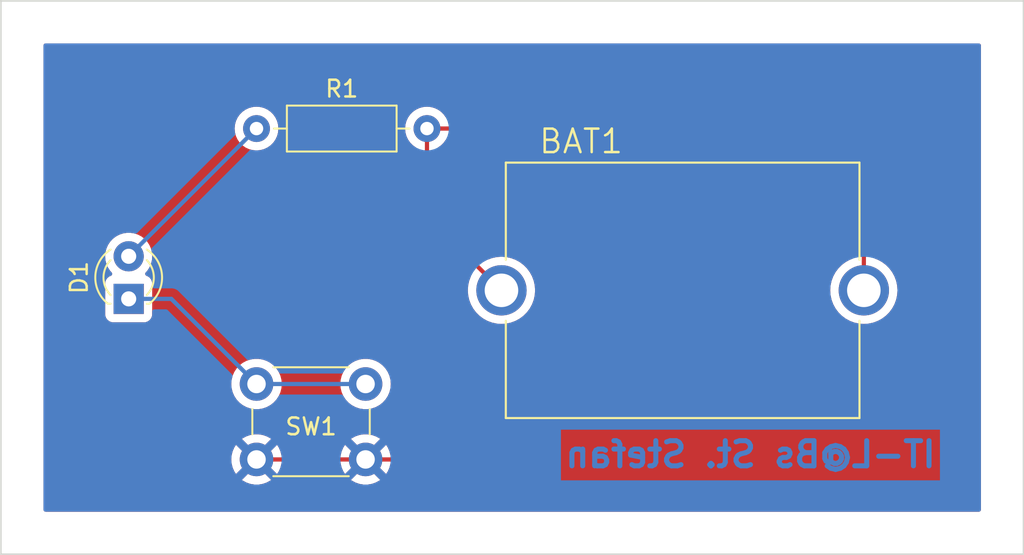
<source format=kicad_pcb>
(kicad_pcb (version 20241229) (generator "pcbnew") (generator_version "9.0")
  (layers (0 "F.Cu" signal) (2 "B.Cu" signal) (13 "F.Paste" user) (15 "B.Paste" user) (5 "F.SilkS" user "F.Silkscreen") (7 "B.SilkS" user "B.Silkscreen") (1 "F.Mask" user) (3 "B.Mask" user) (25 "Edge.Cuts" user))
  (net 0 "")
  (net 1 "Net-(D1-A)")
  (net 2 "Net-(BAT1-PadNeg)")
  (net 3 "Net-(BAT1-PadPos)")
  (net 4 "Net-(D1-K)")
  (footprint "Button_Switch_THT:SW_PUSH_6mm" (layer "F.Cu") (at 81.28 63.5)
    (property "Reference" "SW1" (hide yes))
    (property "Value" "SW_Push")
    (fp_line (start -0.25 1.5) (end -0.25 3) (stroke (width 0.12)) (layer "F.SilkS"))
    (fp_line (start 1 5.5) (end 5.5 5.5) (stroke (width 0.12)) (layer "F.SilkS"))
    (fp_line (start 5.5 -1) (end 1 -1) (stroke (width 0.12)) (layer "F.SilkS"))
    (fp_line (start 6.75 3) (end 6.75 1.5) (stroke (width 0.12)) (layer "F.SilkS"))
    (fp_text user "${REFERENCE}" (at 3.25 2.54 0) (layer "F.SilkS"))
    (pad "1" thru_hole circle (at 0 0 90) (size 2 2) (drill 1.1) (layers "*.Cu" "*.Mask") (net 4 "Net-(D1-K)"))
    (pad "1" thru_hole circle (at 6.5 0 90) (size 2 2) (drill 1.1) (layers "*.Cu" "*.Mask") (net 4 "Net-(D1-K)"))
    (pad "2" thru_hole circle (at 0 4.5 90) (size 2 2) (drill 1.1) (layers "*.Cu" "*.Mask") (net 2 "Net-(BAT1-PadNeg)"))
    (pad "2" thru_hole circle (at 6.5 4.5 90) (size 2 2) (drill 1.1) (layers "*.Cu" "*.Mask") (net 2 "Net-(BAT1-PadNeg)"))
  )
  (footprint "Resistor_THT:R_Axial_DIN0207_L6.3mm_D2.5mm_P10.16mm_Horizontal" (layer "F.Cu") (at 81.28 48.26)
    (property "Reference" "R1" (at 5.08 -2.37 0) (layer "F.SilkS"))
    (property "Value" "R")
    (fp_line (start 1.04 0) (end 1.81 0) (stroke (width 0.12)) (layer "F.SilkS"))
    (fp_line (start 1.81 -1.37) (end 1.81 1.37) (stroke (width 0.12)) (layer "F.SilkS"))
    (fp_line (start 1.81 1.37) (end 8.35 1.37) (stroke (width 0.12)) (layer "F.SilkS"))
    (fp_line (start 8.35 -1.37) (end 1.81 -1.37) (stroke (width 0.12)) (layer "F.SilkS"))
    (fp_line (start 8.35 1.37) (end 8.35 -1.37) (stroke (width 0.12)) (layer "F.SilkS"))
    (fp_line (start 9.12 0) (end 8.35 0) (stroke (width 0.12)) (layer "F.SilkS"))
    (pad "1" thru_hole circle (at 0 0) (size 1.6 1.6) (drill 0.8) (layers "*.Cu" "*.Mask") (net 1 "Net-(D1-A)"))
    (pad "2" thru_hole oval (at 10.16 0) (size 1.6 1.6) (drill 0.8) (layers "*.Cu" "*.Mask") (net 3 "Net-(BAT1-PadPos)"))
  )
  (footprint "BK-913:BAT_BK-913" (layer "F.Cu") (at 106.68 57.910999)
    (property "Reference" "BAT1" (at -6.055 -8.889 0) (layer "F.SilkS") (effects (font (size 1.4 1.4))))
    (property "Value" "BS-7")
    (fp_line (start -10.54 -7.62) (end 10.54 -7.62) (stroke (width 0.127)) (layer "F.SilkS"))
    (fp_line (start -10.54 -1.82) (end -10.54 -7.62) (stroke (width 0.127)) (layer "F.SilkS"))
    (fp_line (start -10.54 1.82) (end -10.54 7.62) (stroke (width 0.127)) (layer "F.SilkS"))
    (fp_line (start -10.54 7.62) (end 10.54 7.62) (stroke (width 0.127)) (layer "F.SilkS"))
    (fp_line (start 10.54 -7.62) (end 10.54 -1.82) (stroke (width 0.127)) (layer "F.SilkS"))
    (fp_line (start 10.54 7.62) (end 10.54 1.82) (stroke (width 0.127)) (layer "F.SilkS"))
    (pad "-" smd rect (at 0 0) (size 3.96 3.96) (layers "F.Cu" "F.Mask") (net 2 "Net-(BAT1-PadNeg)"))
    (pad "S+1" thru_hole circle (at -10.8 0) (size 3 3) (drill 2) (layers "*.Cu" "*.Mask") (net 3 "Net-(BAT1-PadPos)"))
    (pad "S+2" thru_hole circle (at 10.8 0) (size 3 3) (drill 2) (layers "*.Cu" "*.Mask") (net 3 "Net-(BAT1-PadPos)"))
  )
  (footprint "LED_THT:LED_D3.0mm" (layer "F.Cu") (at 73.66 58.42 90)
    (property "Reference" "D1" (at 1.27 -2.96 90) (layer "F.SilkS"))
    (property "Value" "LED")
    (fp_line (start -0.29 -1.236) (end -0.29 -1.08) (stroke (width 0.12)) (layer "F.SilkS"))
    (fp_line (start -0.29 1.08) (end -0.29 1.236) (stroke (width 0.12)) (layer "F.SilkS"))
    (fp_arc (start -0.29 -1.235516) (mid 1.366487 -1.987659) (end 2.942335 -1.078608) (stroke (width 0.12)) (layer "F.SilkS"))
    (fp_arc (start 0.229039 -1.08) (mid 1.270117 -1.5) (end 2.31113 -1.079837) (stroke (width 0.12)) (layer "F.SilkS"))
    (fp_arc (start 2.942335 1.078608) (mid 1.366487 1.987659) (end -0.29 1.235516) (stroke (width 0.12)) (layer "F.SilkS"))
    (fp_arc (start 2.31113 1.079837) (mid 1.270117 1.5) (end 0.229039 1.08) (stroke (width 0.12)) (layer "F.SilkS"))
    (pad "1" thru_hole rect (at 0 0 90) (size 1.8 1.8) (drill 0.9) (layers "*.Cu" "*.Mask") (net 4 "Net-(D1-K)"))
    (pad "2" thru_hole circle (at 2.54 0 90) (size 1.8 1.8) (drill 0.9) (layers "*.Cu" "*.Mask") (net 1 "Net-(D1-A)"))
  )
  (gr_rect (start 66.04 40.64) (end 127 73.66) (stroke (width 0.1)) (fill no) (layer "Edge.Cuts"))
  (gr_text "IT-L@Bs St. Stefan" (at 121.92 68.58 0) (layer "B.Cu") (effects (font (size 1.5 1.5) (thickness 0.3) (bold yes)) (justify left bottom mirror)))
  (segment (start 81.28 48.26) (end 73.66 55.88) (width 0.25) (layer "B.Cu") (net 1))
  (segment (start 106.68 57.910999) (end 96.590999 68) (width 0.25) (layer "F.Cu") (net 2))
  (segment (start 96.590999 68) (end 87.78 68) (width 0.25) (layer "F.Cu") (net 2))
  (segment (start 81.28 68) (end 87.78 68) (width 0.25) (layer "F.Cu") (net 2))
  (segment (start 114.3 48.26) (end 117.48 51.44) (width 0.25) (layer "F.Cu") (net 3))
  (segment (start 91.44 53.470999) (end 95.88 57.910999) (width 0.25) (layer "F.Cu") (net 3))
  (segment (start 117.48 51.44) (end 117.48 57.910999) (width 0.25) (layer "F.Cu") (net 3))
  (segment (start 91.44 48.26) (end 91.44 53.470999) (width 0.25) (layer "F.Cu") (net 3))
  (segment (start 91.44 48.26) (end 114.3 48.26) (width 0.25) (layer "F.Cu") (net 3))
  (segment (start 76.2 58.42) (end 81.28 63.5) (width 0.25) (layer "B.Cu") (net 4))
  (segment (start 73.66 58.42) (end 76.2 58.42) (width 0.25) (layer "B.Cu") (net 4))
  (segment (start 81.28 63.5) (end 87.78 63.5) (width 0.25) (layer "B.Cu") (net 4))
  (zone (net 2) (net_name "Net-(BAT1-PadNeg)") (layer "F.Cu") (priority 1) (connect_pads (clearance 0.5)) (min_thickness 0.25) (fill yes (thermal_gap 0.5) (thermal_bridge_width 0.5))
    (polygon (pts (xy 68.58 43.18) (xy 68.58 71.12) (xy 124.46 71.12) (xy 124.46 43.18)))
  )
  (zone (net 2) (net_name "Net-(BAT1-PadNeg)") (layer "B.Cu") (connect_pads (clearance 0.5)) (min_thickness 0.25) (fill yes (thermal_gap 0.5) (thermal_bridge_width 0.5))
    (polygon (pts (xy 68.58 43.18) (xy 68.58 71.12) (xy 124.46 71.12) (xy 124.46 43.18)))
  )
)
</source>
